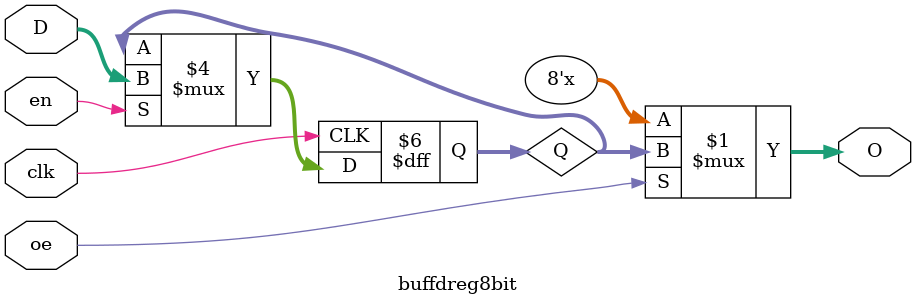
<source format=v>
module buffdreg8bit (input wire clk, input wire en,
	input wire oe, input wire[7:0] D,
	output wire[7:0] O);
	
	reg [7:0] Q;
	assign O = oe ? Q : 8'bzzzzzzzz;  // Buffer.

	// D-type register.
	always @ (posedge clk) begin
		if (en==1) begin
			Q <= D;
		end
	end
endmodule

</source>
